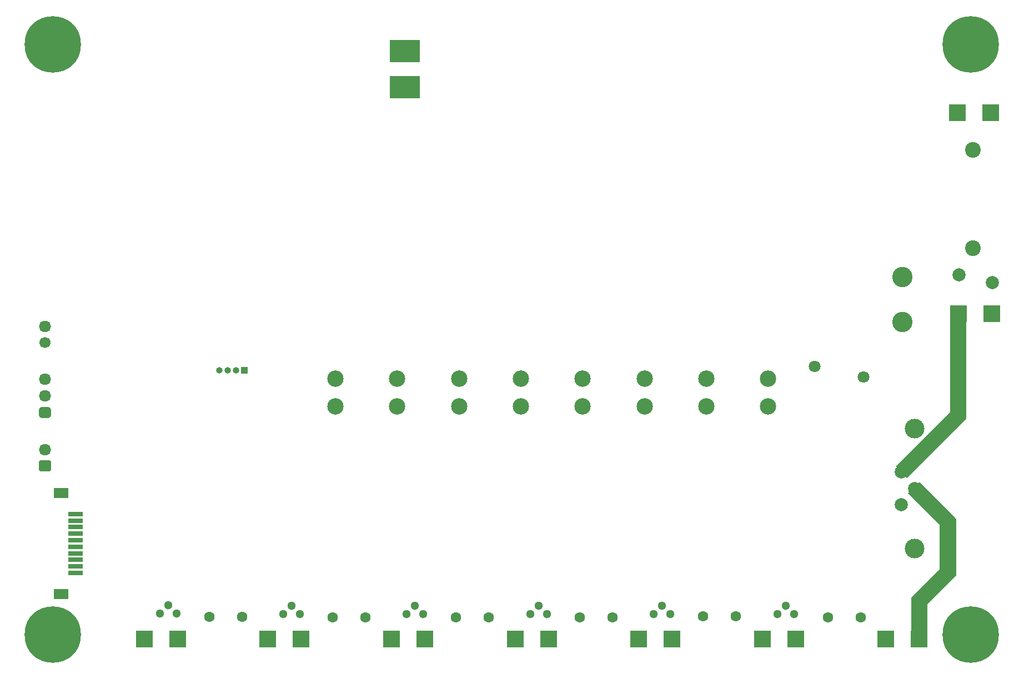
<source format=gbr>
%TF.GenerationSoftware,KiCad,Pcbnew,(6.0.0)*%
%TF.CreationDate,2022-03-30T16:25:39+04:00*%
%TF.ProjectId,Coffe_Machine_Gogokhia_Edition_SIMPLE,436f6666-655f-44d6-9163-68696e655f47,rev?*%
%TF.SameCoordinates,Original*%
%TF.FileFunction,Soldermask,Bot*%
%TF.FilePolarity,Negative*%
%FSLAX46Y46*%
G04 Gerber Fmt 4.6, Leading zero omitted, Abs format (unit mm)*
G04 Created by KiCad (PCBNEW (6.0.0)) date 2022-03-30 16:25:39*
%MOMM*%
%LPD*%
G01*
G04 APERTURE LIST*
G04 Aperture macros list*
%AMRoundRect*
0 Rectangle with rounded corners*
0 $1 Rounding radius*
0 $2 $3 $4 $5 $6 $7 $8 $9 X,Y pos of 4 corners*
0 Add a 4 corners polygon primitive as box body*
4,1,4,$2,$3,$4,$5,$6,$7,$8,$9,$2,$3,0*
0 Add four circle primitives for the rounded corners*
1,1,$1+$1,$2,$3*
1,1,$1+$1,$4,$5*
1,1,$1+$1,$6,$7*
1,1,$1+$1,$8,$9*
0 Add four rect primitives between the rounded corners*
20,1,$1+$1,$2,$3,$4,$5,0*
20,1,$1+$1,$4,$5,$6,$7,0*
20,1,$1+$1,$6,$7,$8,$9,0*
20,1,$1+$1,$8,$9,$2,$3,0*%
G04 Aperture macros list end*
%ADD10R,1.000000X1.000000*%
%ADD11O,1.000000X1.000000*%
%ADD12C,1.300000*%
%ADD13R,2.500000X2.500000*%
%ADD14RoundRect,0.249900X0.675100X-0.600100X0.675100X0.600100X-0.675100X0.600100X-0.675100X-0.600100X0*%
%ADD15O,1.850000X1.700000*%
%ADD16C,0.900000*%
%ADD17C,8.600000*%
%ADD18C,2.500000*%
%ADD19C,1.600000*%
%ADD20C,1.800000*%
%ADD21C,1.700000*%
%ADD22RoundRect,0.425000X0.500000X-0.425000X0.500000X0.425000X-0.500000X0.425000X-0.500000X-0.425000X0*%
%ADD23C,2.010000*%
%ADD24C,2.000000*%
%ADD25C,3.000000*%
%ADD26C,2.400000*%
%ADD27C,3.100000*%
%ADD28R,4.600000X3.400000*%
%ADD29R,2.286000X0.750000*%
%ADD30R,2.286000X1.500000*%
G04 APERTURE END LIST*
D10*
%TO.C,J11*%
X89710000Y-86250000D03*
D11*
X88440000Y-86250000D03*
X87170000Y-86250000D03*
X85900000Y-86250000D03*
%TD*%
D12*
%TO.C,Q7*%
X135836670Y-123425000D03*
X133296670Y-123425000D03*
X134566670Y-122155000D03*
%TD*%
D13*
%TO.C,J12*%
X98356670Y-127225000D03*
X93276670Y-127225000D03*
%TD*%
D14*
%TO.C,J5*%
X59305300Y-100791500D03*
D15*
X59305300Y-98291500D03*
%TD*%
D16*
%TO.C,REF\u002A\u002A*%
X57241670Y-36525000D03*
X58186251Y-38805419D03*
X62747089Y-34244581D03*
D17*
X60466670Y-36525000D03*
D16*
X60466670Y-33300000D03*
X60466670Y-39750000D03*
X62747089Y-38805419D03*
X63691670Y-36525000D03*
X58186251Y-34244581D03*
%TD*%
D18*
%TO.C,J16*%
X122433335Y-91725000D03*
X122433335Y-87525000D03*
%TD*%
D12*
%TO.C,Q8*%
X116936670Y-123425000D03*
X114396670Y-123425000D03*
X115666670Y-122155000D03*
%TD*%
D19*
%TO.C,C29*%
X108166670Y-123885000D03*
X103166670Y-123885000D03*
%TD*%
D13*
%TO.C,J23*%
X154906670Y-127225000D03*
X149826670Y-127225000D03*
%TD*%
D19*
%TO.C,C38*%
X126966670Y-123925000D03*
X121966670Y-123925000D03*
%TD*%
D13*
%TO.C,J9*%
X192606670Y-127225000D03*
X187526670Y-127225000D03*
%TD*%
D20*
%TO.C,RV1*%
X184116670Y-87245000D03*
X176616670Y-85611670D03*
%TD*%
D21*
%TO.C,J21*%
X59321600Y-81996400D03*
D15*
X59321600Y-79496400D03*
%TD*%
D19*
%TO.C,C32*%
X164666670Y-123762500D03*
X159666670Y-123762500D03*
%TD*%
D12*
%TO.C,Q14*%
X79336670Y-123325000D03*
X76796670Y-123325000D03*
X78066670Y-122055000D03*
%TD*%
D13*
%TO.C,J1*%
X198446670Y-46970000D03*
X203526670Y-46970000D03*
%TD*%
D18*
%TO.C,J17*%
X103580003Y-91725000D03*
X103580003Y-87525000D03*
%TD*%
D13*
%TO.C,J14*%
X130976670Y-127225000D03*
X136056670Y-127225000D03*
%TD*%
D12*
%TO.C,Q16*%
X173536670Y-123362500D03*
X170996670Y-123362500D03*
X172266670Y-122092500D03*
%TD*%
D18*
%TO.C,J4*%
X160139999Y-91725000D03*
X160139999Y-87525000D03*
%TD*%
D22*
%TO.C,J7*%
X59326324Y-92684200D03*
D15*
X59326324Y-90144200D03*
X59326324Y-87604200D03*
%TD*%
D12*
%TO.C,Q13*%
X98136670Y-123385000D03*
X95596670Y-123385000D03*
X96866670Y-122115000D03*
%TD*%
D18*
%TO.C,J13*%
X141286667Y-91725000D03*
X141286667Y-87525000D03*
%TD*%
%TO.C,J3*%
X169566670Y-91725000D03*
X169566670Y-87525000D03*
%TD*%
D13*
%TO.C,J22*%
X173756670Y-127225000D03*
X168676670Y-127225000D03*
%TD*%
D23*
%TO.C,F1*%
X203736670Y-72870000D03*
X198636670Y-71670000D03*
%TD*%
D13*
%TO.C,J2*%
X203626670Y-77570000D03*
X198546670Y-77570000D03*
%TD*%
%TO.C,J15*%
X112126670Y-127225000D03*
X117206670Y-127225000D03*
%TD*%
D18*
%TO.C,J8*%
X131860001Y-91725000D03*
X131860001Y-87525000D03*
%TD*%
D17*
%TO.C,REF\u002A\u002A*%
X60466670Y-126525000D03*
D16*
X63691670Y-126525000D03*
X57241670Y-126525000D03*
X58186251Y-128805419D03*
X58186251Y-124244581D03*
X62747089Y-128805419D03*
X60466670Y-123300000D03*
X60466670Y-129750000D03*
X62747089Y-124244581D03*
%TD*%
D24*
%TO.C,Q3*%
X189866670Y-101725000D03*
X191866670Y-104225000D03*
X189866670Y-106725000D03*
D25*
X191866670Y-113375000D03*
X191866670Y-95075000D03*
%TD*%
D18*
%TO.C,J6*%
X150713333Y-91725000D03*
X150713333Y-87525000D03*
%TD*%
D26*
%TO.C,C1*%
X200806670Y-52620000D03*
X200806670Y-67620000D03*
%TD*%
D13*
%TO.C,J20*%
X79506670Y-127225000D03*
X74426670Y-127225000D03*
%TD*%
D16*
%TO.C,REF\u002A\u002A*%
X200466670Y-123300000D03*
X197241670Y-126525000D03*
X202747089Y-128805419D03*
X198186251Y-124244581D03*
D17*
X200466670Y-126525000D03*
D16*
X198186251Y-128805419D03*
X202747089Y-124244581D03*
X203691670Y-126525000D03*
X200466670Y-129750000D03*
%TD*%
D12*
%TO.C,Q17*%
X154636670Y-123362500D03*
X152096670Y-123362500D03*
X153366670Y-122092500D03*
%TD*%
D19*
%TO.C,C30*%
X89366670Y-123825000D03*
X84366670Y-123825000D03*
%TD*%
D17*
%TO.C,REF\u002A\u002A*%
X200466670Y-36525000D03*
D16*
X200466670Y-33300000D03*
X197241670Y-36525000D03*
X198186251Y-38805419D03*
X202747089Y-38805419D03*
X198186251Y-34244581D03*
X202747089Y-34244581D03*
X200466670Y-39750000D03*
X203691670Y-36525000D03*
%TD*%
D19*
%TO.C,C31*%
X183666670Y-123862500D03*
X178666670Y-123862500D03*
%TD*%
%TO.C,C37*%
X145866670Y-123925000D03*
X140866670Y-123925000D03*
%TD*%
D18*
%TO.C,J10*%
X113006669Y-91725000D03*
X113006669Y-87525000D03*
%TD*%
D27*
%TO.C,PS1*%
X190066670Y-78825000D03*
X190066670Y-72025000D03*
D28*
X114166670Y-43025000D03*
X114166670Y-37525000D03*
%TD*%
D29*
%TO.C,J18*%
X64000000Y-108127000D03*
D30*
X61800000Y-120377000D03*
X61800000Y-104927000D03*
D29*
X64000000Y-109127000D03*
X64000000Y-110127000D03*
X64000000Y-111127000D03*
X64000000Y-112127000D03*
X64000000Y-113127000D03*
X64000000Y-114127000D03*
X64000000Y-115127000D03*
X64000000Y-116127000D03*
X64000000Y-117127000D03*
%TD*%
G36*
X192710062Y-103301308D02*
G01*
X192734674Y-103319809D01*
X198188144Y-108783087D01*
X198218673Y-108843137D01*
X198220000Y-108860092D01*
X198220000Y-117489924D01*
X198199183Y-117553993D01*
X198188163Y-117566910D01*
X193872194Y-121892778D01*
X193860000Y-121916779D01*
X193860000Y-125886000D01*
X193839183Y-125950069D01*
X193784683Y-125989665D01*
X193751000Y-125995000D01*
X191469000Y-125995000D01*
X191404931Y-125974183D01*
X191365335Y-125919683D01*
X191360000Y-125886000D01*
X191360000Y-120910150D01*
X191380817Y-120846081D01*
X191391925Y-120833075D01*
X195707794Y-116517206D01*
X195720000Y-116493250D01*
X195720000Y-109862262D01*
X195711675Y-109836641D01*
X190926760Y-105032075D01*
X190896299Y-104971989D01*
X190906974Y-104905474D01*
X190926917Y-104878083D01*
X191028794Y-104776206D01*
X191031271Y-104773807D01*
X192582932Y-103317340D01*
X192643892Y-103288671D01*
X192710062Y-103301308D01*
G37*
G36*
X199755069Y-78425817D02*
G01*
X199794665Y-78480317D01*
X199800000Y-78514000D01*
X199800000Y-93519816D01*
X199779183Y-93583885D01*
X199768032Y-93596933D01*
X190779965Y-102575123D01*
X190719925Y-102605673D01*
X190653395Y-102595098D01*
X190623074Y-102572192D01*
X189071505Y-100901972D01*
X189043151Y-100840864D01*
X189056131Y-100774760D01*
X189074289Y-100750711D01*
X197297794Y-92527206D01*
X197310008Y-92503233D01*
X197319923Y-78513923D01*
X197340786Y-78449869D01*
X197395314Y-78410311D01*
X197428923Y-78405000D01*
X199691000Y-78405000D01*
X199755069Y-78425817D01*
G37*
M02*

</source>
